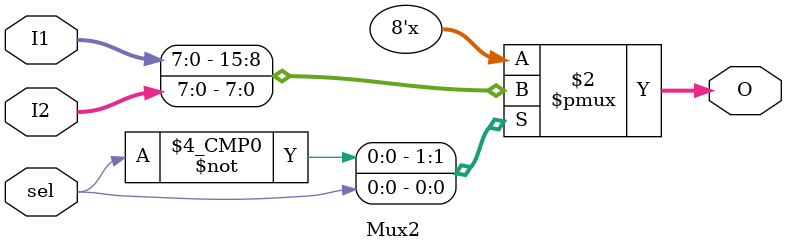
<source format=v>
`timescale 1ns / 1ps
module Mux2 #(parameter busSize=8)
  (input [busSize-1:0] I1, I2,
   input sel,
   output reg [busSize-1:0] O);
   always@(*)
		case(sel)
			1'b0 : O<=I1;
			1'b1 : O<=I2;
			default : O<=I1;
		endcase
 endmodule

</source>
